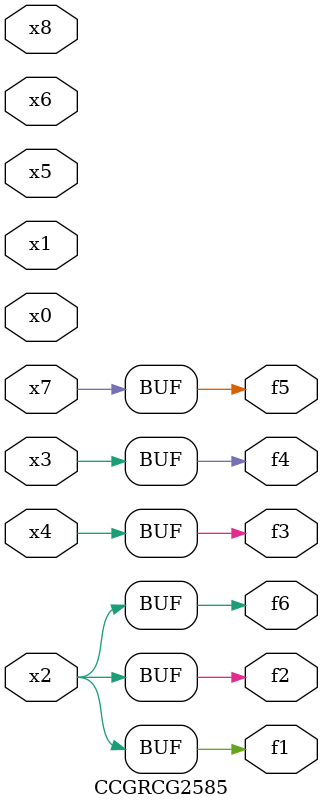
<source format=v>
module CCGRCG2585(
	input x0, x1, x2, x3, x4, x5, x6, x7, x8,
	output f1, f2, f3, f4, f5, f6
);
	assign f1 = x2;
	assign f2 = x2;
	assign f3 = x4;
	assign f4 = x3;
	assign f5 = x7;
	assign f6 = x2;
endmodule

</source>
